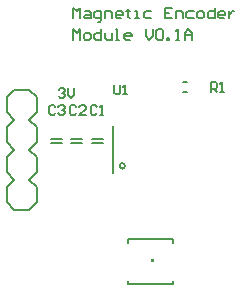
<source format=gto>
G04 Layer_Color=65535*
%FSLAX44Y44*%
%MOMM*%
G71*
G01*
G75*
%ADD28C,0.2032*%
%ADD29C,0.1270*%
%ADD30C,0.1800*%
%ADD31C,0.1500*%
G36*
X2540Y-95000D02*
X0D01*
Y-92460D01*
X2540D01*
Y-95000D01*
D02*
G37*
D28*
X-21774Y-13780D02*
G03*
X-21774Y-13780I-2286J0D01*
G01*
X-31500Y-20000D02*
Y20066D01*
X-96300Y-44550D02*
Y-31850D01*
X-102650Y-50900D02*
X-96300Y-44550D01*
X-121700D02*
X-115350Y-50900D01*
X-102650Y-100D02*
X-96300Y-6450D01*
Y-19150D02*
Y-6450D01*
X-102650Y-25500D02*
X-96300Y-19150D01*
X-121700D02*
X-115350Y-25500D01*
X-121700Y-19150D02*
Y-6450D01*
X-115350Y-100D01*
X-102650Y-25500D02*
X-96300Y-31850D01*
X-121700D02*
X-115350Y-25500D01*
X-121700Y-44550D02*
Y-31850D01*
X-96300Y31650D02*
Y44350D01*
X-102650Y25300D02*
X-96300Y31650D01*
X-121700D02*
X-115350Y25300D01*
X-102650D02*
X-96300Y18950D01*
Y6250D02*
Y18950D01*
X-102650Y-100D02*
X-96300Y6250D01*
X-121700D02*
X-115350Y-100D01*
X-121700Y6250D02*
Y18950D01*
X-115350Y25300D01*
Y50700D02*
X-102650D01*
X-96300Y44350D01*
X-121700D02*
X-115350Y50700D01*
X-121700Y31650D02*
Y44350D01*
X-115350Y-50900D02*
X-102650D01*
D29*
X19050Y-114000D02*
Y-111000D01*
X-19000Y-114000D02*
X19050D01*
X-19000D02*
Y-111000D01*
X19050Y-78998D02*
Y-75950D01*
X-19000D02*
X19050D01*
X-19000Y-78998D02*
Y-75950D01*
X-84762Y5722D02*
X-75238D01*
X-84762Y9278D02*
X-75238D01*
X-67262Y5722D02*
X-57738D01*
X-67262Y9278D02*
X-57738D01*
X-49762Y5722D02*
X-40238D01*
X-49762Y9278D02*
X-40238D01*
X27476Y48936D02*
X30524D01*
X27476Y57064D02*
X30524D01*
D30*
X-65700Y92800D02*
Y101797D01*
X-62701Y98798D01*
X-59702Y101797D01*
Y92800D01*
X-55203D02*
X-52204D01*
X-50705Y94299D01*
Y97298D01*
X-52204Y98798D01*
X-55203D01*
X-56703Y97298D01*
Y94299D01*
X-55203Y92800D01*
X-41708Y101797D02*
Y92800D01*
X-46206D01*
X-47706Y94299D01*
Y97298D01*
X-46206Y98798D01*
X-41708D01*
X-38709D02*
Y94299D01*
X-37209Y92800D01*
X-32711D01*
Y98798D01*
X-29712Y92800D02*
X-26713D01*
X-28212D01*
Y101797D01*
X-29712D01*
X-17716Y92800D02*
X-20715D01*
X-22214Y94299D01*
Y97298D01*
X-20715Y98798D01*
X-17716D01*
X-16216Y97298D01*
Y95799D01*
X-22214D01*
X-4220Y101797D02*
Y95799D01*
X-1221Y92800D01*
X1778Y95799D01*
Y101797D01*
X4777Y100298D02*
X6277Y101797D01*
X9276D01*
X10775Y100298D01*
Y94299D01*
X9276Y92800D01*
X6277D01*
X4777Y94299D01*
Y100298D01*
X13774Y92800D02*
Y94299D01*
X15274D01*
Y92800D01*
X13774D01*
X21272D02*
X24271D01*
X22771D01*
Y101797D01*
X21272Y100298D01*
X28769Y92800D02*
Y98798D01*
X31768Y101797D01*
X34767Y98798D01*
Y92800D01*
Y97298D01*
X28769D01*
X-65700Y111215D02*
Y120212D01*
X-62701Y117213D01*
X-59702Y120212D01*
Y111215D01*
X-55203Y117213D02*
X-52204D01*
X-50705Y115714D01*
Y111215D01*
X-55203D01*
X-56703Y112715D01*
X-55203Y114214D01*
X-50705D01*
X-44707Y108216D02*
X-43207D01*
X-41708Y109716D01*
Y117213D01*
X-46206D01*
X-47706Y115714D01*
Y112715D01*
X-46206Y111215D01*
X-41708D01*
X-38709D02*
Y117213D01*
X-34210D01*
X-32711Y115714D01*
Y111215D01*
X-25213D02*
X-28212D01*
X-29712Y112715D01*
Y115714D01*
X-28212Y117213D01*
X-25213D01*
X-23714Y115714D01*
Y114214D01*
X-29712D01*
X-19215Y118713D02*
Y117213D01*
X-20715D01*
X-17716D01*
X-19215D01*
Y112715D01*
X-17716Y111215D01*
X-13217D02*
X-10218D01*
X-11717D01*
Y117213D01*
X-13217D01*
X279D02*
X-4220D01*
X-5719Y115714D01*
Y112715D01*
X-4220Y111215D01*
X279D01*
X18273Y120212D02*
X12275D01*
Y111215D01*
X18273D01*
X12275Y115714D02*
X15274D01*
X21272Y111215D02*
Y117213D01*
X25770D01*
X27270Y115714D01*
Y111215D01*
X36267Y117213D02*
X31768D01*
X30269Y115714D01*
Y112715D01*
X31768Y111215D01*
X36267D01*
X40766D02*
X43765D01*
X45264Y112715D01*
Y115714D01*
X43765Y117213D01*
X40766D01*
X39266Y115714D01*
Y112715D01*
X40766Y111215D01*
X54261Y120212D02*
Y111215D01*
X49763D01*
X48263Y112715D01*
Y115714D01*
X49763Y117213D01*
X54261D01*
X61759Y111215D02*
X58760D01*
X57260Y112715D01*
Y115714D01*
X58760Y117213D01*
X61759D01*
X63258Y115714D01*
Y114214D01*
X57260D01*
X66257Y117213D02*
Y111215D01*
Y114214D01*
X67757Y115714D01*
X69256Y117213D01*
X70756D01*
D31*
X-45580Y36311D02*
X-46913Y37643D01*
X-49579D01*
X-50912Y36311D01*
Y30979D01*
X-49579Y29646D01*
X-46913D01*
X-45580Y30979D01*
X-42915Y29646D02*
X-40249D01*
X-41582D01*
Y37643D01*
X-42915Y36311D01*
X-63066Y36137D02*
X-64399Y37469D01*
X-67065D01*
X-68398Y36137D01*
Y30805D01*
X-67065Y29472D01*
X-64399D01*
X-63066Y30805D01*
X-55069Y29472D02*
X-60401D01*
X-55069Y34804D01*
Y36137D01*
X-56402Y37469D01*
X-59068D01*
X-60401Y36137D01*
X-80792Y36270D02*
X-82125Y37603D01*
X-84791D01*
X-86124Y36270D01*
Y30939D01*
X-84791Y29606D01*
X-82125D01*
X-80792Y30939D01*
X-78127Y36270D02*
X-76794Y37603D01*
X-74128D01*
X-72795Y36270D01*
Y34938D01*
X-74128Y33605D01*
X-75461D01*
X-74128D01*
X-72795Y32272D01*
Y30939D01*
X-74128Y29606D01*
X-76794D01*
X-78127Y30939D01*
X-31020Y54701D02*
Y48037D01*
X-29687Y46704D01*
X-27021D01*
X-25688Y48037D01*
Y54701D01*
X-23023Y46704D02*
X-20357D01*
X-21690D01*
Y54701D01*
X-23023Y53369D01*
X51022Y48990D02*
Y56987D01*
X55021D01*
X56354Y55655D01*
Y52989D01*
X55021Y51656D01*
X51022D01*
X53688D02*
X56354Y48990D01*
X59019D02*
X61685D01*
X60352D01*
Y56987D01*
X59019Y55655D01*
X-78000Y50665D02*
X-76667Y51997D01*
X-74001D01*
X-72668Y50665D01*
Y49332D01*
X-74001Y47999D01*
X-75334D01*
X-74001D01*
X-72668Y46666D01*
Y45333D01*
X-74001Y44000D01*
X-76667D01*
X-78000Y45333D01*
X-70003Y51997D02*
Y46666D01*
X-67337Y44000D01*
X-64671Y46666D01*
Y51997D01*
M02*

</source>
